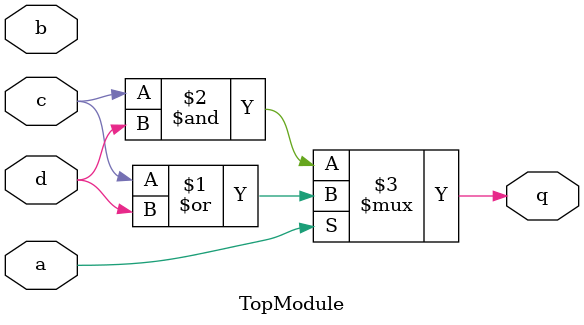
<source format=sv>

module TopModule (
  input wire a,
  input wire b, // Note: 'b' is not used in the final expression.
  input wire c,
  input wire d,
  output wire q
);

assign q = (a) ? (c | d) : (c & d);

endmodule

// VERILOG-EVAL: errant inclusion of module definition

</source>
